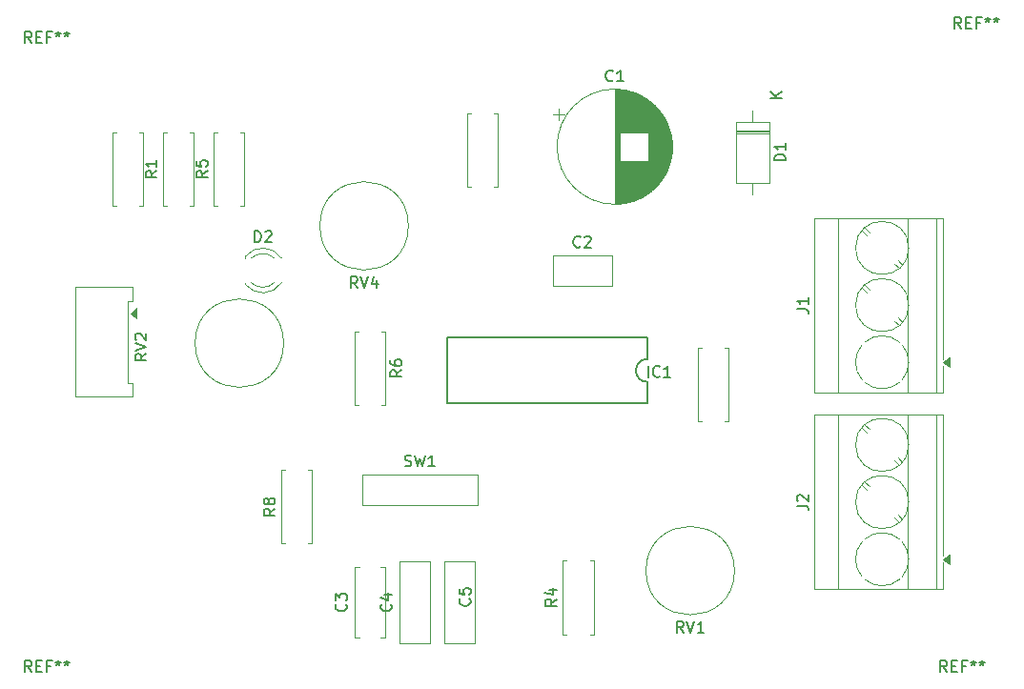
<source format=gbr>
%TF.GenerationSoftware,KiCad,Pcbnew,9.0.0*%
%TF.CreationDate,2025-04-29T18:27:41-04:00*%
%TF.ProjectId,Generador de funciones,47656e65-7261-4646-9f72-206465206675,rev?*%
%TF.SameCoordinates,Original*%
%TF.FileFunction,Legend,Top*%
%TF.FilePolarity,Positive*%
%FSLAX46Y46*%
G04 Gerber Fmt 4.6, Leading zero omitted, Abs format (unit mm)*
G04 Created by KiCad (PCBNEW 9.0.0) date 2025-04-29 18:27:41*
%MOMM*%
%LPD*%
G01*
G04 APERTURE LIST*
%ADD10C,0.150000*%
%ADD11C,0.120000*%
%ADD12C,0.152400*%
G04 APERTURE END LIST*
D10*
X181083333Y-46609580D02*
X181035714Y-46657200D01*
X181035714Y-46657200D02*
X180892857Y-46704819D01*
X180892857Y-46704819D02*
X180797619Y-46704819D01*
X180797619Y-46704819D02*
X180654762Y-46657200D01*
X180654762Y-46657200D02*
X180559524Y-46561961D01*
X180559524Y-46561961D02*
X180511905Y-46466723D01*
X180511905Y-46466723D02*
X180464286Y-46276247D01*
X180464286Y-46276247D02*
X180464286Y-46133390D01*
X180464286Y-46133390D02*
X180511905Y-45942914D01*
X180511905Y-45942914D02*
X180559524Y-45847676D01*
X180559524Y-45847676D02*
X180654762Y-45752438D01*
X180654762Y-45752438D02*
X180797619Y-45704819D01*
X180797619Y-45704819D02*
X180892857Y-45704819D01*
X180892857Y-45704819D02*
X181035714Y-45752438D01*
X181035714Y-45752438D02*
X181083333Y-45800057D01*
X182035714Y-46704819D02*
X181464286Y-46704819D01*
X181750000Y-46704819D02*
X181750000Y-45704819D01*
X181750000Y-45704819D02*
X181654762Y-45847676D01*
X181654762Y-45847676D02*
X181559524Y-45942914D01*
X181559524Y-45942914D02*
X181464286Y-45990533D01*
X139644819Y-70905238D02*
X139168628Y-71238571D01*
X139644819Y-71476666D02*
X138644819Y-71476666D01*
X138644819Y-71476666D02*
X138644819Y-71095714D01*
X138644819Y-71095714D02*
X138692438Y-71000476D01*
X138692438Y-71000476D02*
X138740057Y-70952857D01*
X138740057Y-70952857D02*
X138835295Y-70905238D01*
X138835295Y-70905238D02*
X138978152Y-70905238D01*
X138978152Y-70905238D02*
X139073390Y-70952857D01*
X139073390Y-70952857D02*
X139121009Y-71000476D01*
X139121009Y-71000476D02*
X139168628Y-71095714D01*
X139168628Y-71095714D02*
X139168628Y-71476666D01*
X138644819Y-70619523D02*
X139644819Y-70286190D01*
X139644819Y-70286190D02*
X138644819Y-69952857D01*
X138740057Y-69667142D02*
X138692438Y-69619523D01*
X138692438Y-69619523D02*
X138644819Y-69524285D01*
X138644819Y-69524285D02*
X138644819Y-69286190D01*
X138644819Y-69286190D02*
X138692438Y-69190952D01*
X138692438Y-69190952D02*
X138740057Y-69143333D01*
X138740057Y-69143333D02*
X138835295Y-69095714D01*
X138835295Y-69095714D02*
X138930533Y-69095714D01*
X138930533Y-69095714D02*
X139073390Y-69143333D01*
X139073390Y-69143333D02*
X139644819Y-69714761D01*
X139644819Y-69714761D02*
X139644819Y-69095714D01*
X187364761Y-95684819D02*
X187031428Y-95208628D01*
X186793333Y-95684819D02*
X186793333Y-94684819D01*
X186793333Y-94684819D02*
X187174285Y-94684819D01*
X187174285Y-94684819D02*
X187269523Y-94732438D01*
X187269523Y-94732438D02*
X187317142Y-94780057D01*
X187317142Y-94780057D02*
X187364761Y-94875295D01*
X187364761Y-94875295D02*
X187364761Y-95018152D01*
X187364761Y-95018152D02*
X187317142Y-95113390D01*
X187317142Y-95113390D02*
X187269523Y-95161009D01*
X187269523Y-95161009D02*
X187174285Y-95208628D01*
X187174285Y-95208628D02*
X186793333Y-95208628D01*
X187650476Y-94684819D02*
X187983809Y-95684819D01*
X187983809Y-95684819D02*
X188317142Y-94684819D01*
X189174285Y-95684819D02*
X188602857Y-95684819D01*
X188888571Y-95684819D02*
X188888571Y-94684819D01*
X188888571Y-94684819D02*
X188793333Y-94827676D01*
X188793333Y-94827676D02*
X188698095Y-94922914D01*
X188698095Y-94922914D02*
X188602857Y-94970533D01*
X140584819Y-54666666D02*
X140108628Y-54999999D01*
X140584819Y-55238094D02*
X139584819Y-55238094D01*
X139584819Y-55238094D02*
X139584819Y-54857142D01*
X139584819Y-54857142D02*
X139632438Y-54761904D01*
X139632438Y-54761904D02*
X139680057Y-54714285D01*
X139680057Y-54714285D02*
X139775295Y-54666666D01*
X139775295Y-54666666D02*
X139918152Y-54666666D01*
X139918152Y-54666666D02*
X140013390Y-54714285D01*
X140013390Y-54714285D02*
X140061009Y-54761904D01*
X140061009Y-54761904D02*
X140108628Y-54857142D01*
X140108628Y-54857142D02*
X140108628Y-55238094D01*
X140584819Y-53714285D02*
X140584819Y-54285713D01*
X140584819Y-53999999D02*
X139584819Y-53999999D01*
X139584819Y-53999999D02*
X139727676Y-54095237D01*
X139727676Y-54095237D02*
X139822914Y-54190475D01*
X139822914Y-54190475D02*
X139870533Y-54285713D01*
X149261905Y-60994819D02*
X149261905Y-59994819D01*
X149261905Y-59994819D02*
X149500000Y-59994819D01*
X149500000Y-59994819D02*
X149642857Y-60042438D01*
X149642857Y-60042438D02*
X149738095Y-60137676D01*
X149738095Y-60137676D02*
X149785714Y-60232914D01*
X149785714Y-60232914D02*
X149833333Y-60423390D01*
X149833333Y-60423390D02*
X149833333Y-60566247D01*
X149833333Y-60566247D02*
X149785714Y-60756723D01*
X149785714Y-60756723D02*
X149738095Y-60851961D01*
X149738095Y-60851961D02*
X149642857Y-60947200D01*
X149642857Y-60947200D02*
X149500000Y-60994819D01*
X149500000Y-60994819D02*
X149261905Y-60994819D01*
X150214286Y-60090057D02*
X150261905Y-60042438D01*
X150261905Y-60042438D02*
X150357143Y-59994819D01*
X150357143Y-59994819D02*
X150595238Y-59994819D01*
X150595238Y-59994819D02*
X150690476Y-60042438D01*
X150690476Y-60042438D02*
X150738095Y-60090057D01*
X150738095Y-60090057D02*
X150785714Y-60185295D01*
X150785714Y-60185295D02*
X150785714Y-60280533D01*
X150785714Y-60280533D02*
X150738095Y-60423390D01*
X150738095Y-60423390D02*
X150166667Y-60994819D01*
X150166667Y-60994819D02*
X150785714Y-60994819D01*
X145084819Y-54666666D02*
X144608628Y-54999999D01*
X145084819Y-55238094D02*
X144084819Y-55238094D01*
X144084819Y-55238094D02*
X144084819Y-54857142D01*
X144084819Y-54857142D02*
X144132438Y-54761904D01*
X144132438Y-54761904D02*
X144180057Y-54714285D01*
X144180057Y-54714285D02*
X144275295Y-54666666D01*
X144275295Y-54666666D02*
X144418152Y-54666666D01*
X144418152Y-54666666D02*
X144513390Y-54714285D01*
X144513390Y-54714285D02*
X144561009Y-54761904D01*
X144561009Y-54761904D02*
X144608628Y-54857142D01*
X144608628Y-54857142D02*
X144608628Y-55238094D01*
X144084819Y-53761904D02*
X144084819Y-54238094D01*
X144084819Y-54238094D02*
X144561009Y-54285713D01*
X144561009Y-54285713D02*
X144513390Y-54238094D01*
X144513390Y-54238094D02*
X144465771Y-54142856D01*
X144465771Y-54142856D02*
X144465771Y-53904761D01*
X144465771Y-53904761D02*
X144513390Y-53809523D01*
X144513390Y-53809523D02*
X144561009Y-53761904D01*
X144561009Y-53761904D02*
X144656247Y-53714285D01*
X144656247Y-53714285D02*
X144894342Y-53714285D01*
X144894342Y-53714285D02*
X144989580Y-53761904D01*
X144989580Y-53761904D02*
X145037200Y-53809523D01*
X145037200Y-53809523D02*
X145084819Y-53904761D01*
X145084819Y-53904761D02*
X145084819Y-54142856D01*
X145084819Y-54142856D02*
X145037200Y-54238094D01*
X145037200Y-54238094D02*
X144989580Y-54285713D01*
X176084819Y-92716666D02*
X175608628Y-93049999D01*
X176084819Y-93288094D02*
X175084819Y-93288094D01*
X175084819Y-93288094D02*
X175084819Y-92907142D01*
X175084819Y-92907142D02*
X175132438Y-92811904D01*
X175132438Y-92811904D02*
X175180057Y-92764285D01*
X175180057Y-92764285D02*
X175275295Y-92716666D01*
X175275295Y-92716666D02*
X175418152Y-92716666D01*
X175418152Y-92716666D02*
X175513390Y-92764285D01*
X175513390Y-92764285D02*
X175561009Y-92811904D01*
X175561009Y-92811904D02*
X175608628Y-92907142D01*
X175608628Y-92907142D02*
X175608628Y-93288094D01*
X175418152Y-91859523D02*
X176084819Y-91859523D01*
X175037200Y-92097618D02*
X175751485Y-92335713D01*
X175751485Y-92335713D02*
X175751485Y-91716666D01*
X196424819Y-53738094D02*
X195424819Y-53738094D01*
X195424819Y-53738094D02*
X195424819Y-53499999D01*
X195424819Y-53499999D02*
X195472438Y-53357142D01*
X195472438Y-53357142D02*
X195567676Y-53261904D01*
X195567676Y-53261904D02*
X195662914Y-53214285D01*
X195662914Y-53214285D02*
X195853390Y-53166666D01*
X195853390Y-53166666D02*
X195996247Y-53166666D01*
X195996247Y-53166666D02*
X196186723Y-53214285D01*
X196186723Y-53214285D02*
X196281961Y-53261904D01*
X196281961Y-53261904D02*
X196377200Y-53357142D01*
X196377200Y-53357142D02*
X196424819Y-53499999D01*
X196424819Y-53499999D02*
X196424819Y-53738094D01*
X196424819Y-52214285D02*
X196424819Y-52785713D01*
X196424819Y-52499999D02*
X195424819Y-52499999D01*
X195424819Y-52499999D02*
X195567676Y-52595237D01*
X195567676Y-52595237D02*
X195662914Y-52690475D01*
X195662914Y-52690475D02*
X195710533Y-52785713D01*
X196054819Y-48181904D02*
X195054819Y-48181904D01*
X196054819Y-47610476D02*
X195483390Y-48039047D01*
X195054819Y-47610476D02*
X195626247Y-48181904D01*
X129476666Y-43274819D02*
X129143333Y-42798628D01*
X128905238Y-43274819D02*
X128905238Y-42274819D01*
X128905238Y-42274819D02*
X129286190Y-42274819D01*
X129286190Y-42274819D02*
X129381428Y-42322438D01*
X129381428Y-42322438D02*
X129429047Y-42370057D01*
X129429047Y-42370057D02*
X129476666Y-42465295D01*
X129476666Y-42465295D02*
X129476666Y-42608152D01*
X129476666Y-42608152D02*
X129429047Y-42703390D01*
X129429047Y-42703390D02*
X129381428Y-42751009D01*
X129381428Y-42751009D02*
X129286190Y-42798628D01*
X129286190Y-42798628D02*
X128905238Y-42798628D01*
X129905238Y-42751009D02*
X130238571Y-42751009D01*
X130381428Y-43274819D02*
X129905238Y-43274819D01*
X129905238Y-43274819D02*
X129905238Y-42274819D01*
X129905238Y-42274819D02*
X130381428Y-42274819D01*
X131143333Y-42751009D02*
X130810000Y-42751009D01*
X130810000Y-43274819D02*
X130810000Y-42274819D01*
X130810000Y-42274819D02*
X131286190Y-42274819D01*
X131810000Y-42274819D02*
X131810000Y-42512914D01*
X131571905Y-42417676D02*
X131810000Y-42512914D01*
X131810000Y-42512914D02*
X132048095Y-42417676D01*
X131667143Y-42703390D02*
X131810000Y-42512914D01*
X131810000Y-42512914D02*
X131952857Y-42703390D01*
X132571905Y-42274819D02*
X132571905Y-42512914D01*
X132333810Y-42417676D02*
X132571905Y-42512914D01*
X132571905Y-42512914D02*
X132810000Y-42417676D01*
X132429048Y-42703390D02*
X132571905Y-42512914D01*
X132571905Y-42512914D02*
X132714762Y-42703390D01*
X197434819Y-66913333D02*
X198149104Y-66913333D01*
X198149104Y-66913333D02*
X198291961Y-66960952D01*
X198291961Y-66960952D02*
X198387200Y-67056190D01*
X198387200Y-67056190D02*
X198434819Y-67199047D01*
X198434819Y-67199047D02*
X198434819Y-67294285D01*
X198434819Y-65913333D02*
X198434819Y-66484761D01*
X198434819Y-66199047D02*
X197434819Y-66199047D01*
X197434819Y-66199047D02*
X197577676Y-66294285D01*
X197577676Y-66294285D02*
X197672914Y-66389523D01*
X197672914Y-66389523D02*
X197720533Y-66484761D01*
X162626667Y-80867200D02*
X162769524Y-80914819D01*
X162769524Y-80914819D02*
X163007619Y-80914819D01*
X163007619Y-80914819D02*
X163102857Y-80867200D01*
X163102857Y-80867200D02*
X163150476Y-80819580D01*
X163150476Y-80819580D02*
X163198095Y-80724342D01*
X163198095Y-80724342D02*
X163198095Y-80629104D01*
X163198095Y-80629104D02*
X163150476Y-80533866D01*
X163150476Y-80533866D02*
X163102857Y-80486247D01*
X163102857Y-80486247D02*
X163007619Y-80438628D01*
X163007619Y-80438628D02*
X162817143Y-80391009D01*
X162817143Y-80391009D02*
X162721905Y-80343390D01*
X162721905Y-80343390D02*
X162674286Y-80295771D01*
X162674286Y-80295771D02*
X162626667Y-80200533D01*
X162626667Y-80200533D02*
X162626667Y-80105295D01*
X162626667Y-80105295D02*
X162674286Y-80010057D01*
X162674286Y-80010057D02*
X162721905Y-79962438D01*
X162721905Y-79962438D02*
X162817143Y-79914819D01*
X162817143Y-79914819D02*
X163055238Y-79914819D01*
X163055238Y-79914819D02*
X163198095Y-79962438D01*
X163531429Y-79914819D02*
X163769524Y-80914819D01*
X163769524Y-80914819D02*
X163960000Y-80200533D01*
X163960000Y-80200533D02*
X164150476Y-80914819D01*
X164150476Y-80914819D02*
X164388572Y-79914819D01*
X165293333Y-80914819D02*
X164721905Y-80914819D01*
X165007619Y-80914819D02*
X165007619Y-79914819D01*
X165007619Y-79914819D02*
X164912381Y-80057676D01*
X164912381Y-80057676D02*
X164817143Y-80152914D01*
X164817143Y-80152914D02*
X164721905Y-80200533D01*
X129476666Y-99154819D02*
X129143333Y-98678628D01*
X128905238Y-99154819D02*
X128905238Y-98154819D01*
X128905238Y-98154819D02*
X129286190Y-98154819D01*
X129286190Y-98154819D02*
X129381428Y-98202438D01*
X129381428Y-98202438D02*
X129429047Y-98250057D01*
X129429047Y-98250057D02*
X129476666Y-98345295D01*
X129476666Y-98345295D02*
X129476666Y-98488152D01*
X129476666Y-98488152D02*
X129429047Y-98583390D01*
X129429047Y-98583390D02*
X129381428Y-98631009D01*
X129381428Y-98631009D02*
X129286190Y-98678628D01*
X129286190Y-98678628D02*
X128905238Y-98678628D01*
X129905238Y-98631009D02*
X130238571Y-98631009D01*
X130381428Y-99154819D02*
X129905238Y-99154819D01*
X129905238Y-99154819D02*
X129905238Y-98154819D01*
X129905238Y-98154819D02*
X130381428Y-98154819D01*
X131143333Y-98631009D02*
X130810000Y-98631009D01*
X130810000Y-99154819D02*
X130810000Y-98154819D01*
X130810000Y-98154819D02*
X131286190Y-98154819D01*
X131810000Y-98154819D02*
X131810000Y-98392914D01*
X131571905Y-98297676D02*
X131810000Y-98392914D01*
X131810000Y-98392914D02*
X132048095Y-98297676D01*
X131667143Y-98583390D02*
X131810000Y-98392914D01*
X131810000Y-98392914D02*
X131952857Y-98583390D01*
X132571905Y-98154819D02*
X132571905Y-98392914D01*
X132333810Y-98297676D02*
X132571905Y-98392914D01*
X132571905Y-98392914D02*
X132810000Y-98297676D01*
X132429048Y-98583390D02*
X132571905Y-98392914D01*
X132571905Y-98392914D02*
X132714762Y-98583390D01*
X151084819Y-84666666D02*
X150608628Y-84999999D01*
X151084819Y-85238094D02*
X150084819Y-85238094D01*
X150084819Y-85238094D02*
X150084819Y-84857142D01*
X150084819Y-84857142D02*
X150132438Y-84761904D01*
X150132438Y-84761904D02*
X150180057Y-84714285D01*
X150180057Y-84714285D02*
X150275295Y-84666666D01*
X150275295Y-84666666D02*
X150418152Y-84666666D01*
X150418152Y-84666666D02*
X150513390Y-84714285D01*
X150513390Y-84714285D02*
X150561009Y-84761904D01*
X150561009Y-84761904D02*
X150608628Y-84857142D01*
X150608628Y-84857142D02*
X150608628Y-85238094D01*
X150513390Y-84095237D02*
X150465771Y-84190475D01*
X150465771Y-84190475D02*
X150418152Y-84238094D01*
X150418152Y-84238094D02*
X150322914Y-84285713D01*
X150322914Y-84285713D02*
X150275295Y-84285713D01*
X150275295Y-84285713D02*
X150180057Y-84238094D01*
X150180057Y-84238094D02*
X150132438Y-84190475D01*
X150132438Y-84190475D02*
X150084819Y-84095237D01*
X150084819Y-84095237D02*
X150084819Y-83904761D01*
X150084819Y-83904761D02*
X150132438Y-83809523D01*
X150132438Y-83809523D02*
X150180057Y-83761904D01*
X150180057Y-83761904D02*
X150275295Y-83714285D01*
X150275295Y-83714285D02*
X150322914Y-83714285D01*
X150322914Y-83714285D02*
X150418152Y-83761904D01*
X150418152Y-83761904D02*
X150465771Y-83809523D01*
X150465771Y-83809523D02*
X150513390Y-83904761D01*
X150513390Y-83904761D02*
X150513390Y-84095237D01*
X150513390Y-84095237D02*
X150561009Y-84190475D01*
X150561009Y-84190475D02*
X150608628Y-84238094D01*
X150608628Y-84238094D02*
X150703866Y-84285713D01*
X150703866Y-84285713D02*
X150894342Y-84285713D01*
X150894342Y-84285713D02*
X150989580Y-84238094D01*
X150989580Y-84238094D02*
X151037200Y-84190475D01*
X151037200Y-84190475D02*
X151084819Y-84095237D01*
X151084819Y-84095237D02*
X151084819Y-83904761D01*
X151084819Y-83904761D02*
X151037200Y-83809523D01*
X151037200Y-83809523D02*
X150989580Y-83761904D01*
X150989580Y-83761904D02*
X150894342Y-83714285D01*
X150894342Y-83714285D02*
X150703866Y-83714285D01*
X150703866Y-83714285D02*
X150608628Y-83761904D01*
X150608628Y-83761904D02*
X150561009Y-83809523D01*
X150561009Y-83809523D02*
X150513390Y-83904761D01*
X158404761Y-65054819D02*
X158071428Y-64578628D01*
X157833333Y-65054819D02*
X157833333Y-64054819D01*
X157833333Y-64054819D02*
X158214285Y-64054819D01*
X158214285Y-64054819D02*
X158309523Y-64102438D01*
X158309523Y-64102438D02*
X158357142Y-64150057D01*
X158357142Y-64150057D02*
X158404761Y-64245295D01*
X158404761Y-64245295D02*
X158404761Y-64388152D01*
X158404761Y-64388152D02*
X158357142Y-64483390D01*
X158357142Y-64483390D02*
X158309523Y-64531009D01*
X158309523Y-64531009D02*
X158214285Y-64578628D01*
X158214285Y-64578628D02*
X157833333Y-64578628D01*
X158690476Y-64054819D02*
X159023809Y-65054819D01*
X159023809Y-65054819D02*
X159357142Y-64054819D01*
X160119047Y-64388152D02*
X160119047Y-65054819D01*
X159880952Y-64007200D02*
X159642857Y-64721485D01*
X159642857Y-64721485D02*
X160261904Y-64721485D01*
X210756666Y-99154819D02*
X210423333Y-98678628D01*
X210185238Y-99154819D02*
X210185238Y-98154819D01*
X210185238Y-98154819D02*
X210566190Y-98154819D01*
X210566190Y-98154819D02*
X210661428Y-98202438D01*
X210661428Y-98202438D02*
X210709047Y-98250057D01*
X210709047Y-98250057D02*
X210756666Y-98345295D01*
X210756666Y-98345295D02*
X210756666Y-98488152D01*
X210756666Y-98488152D02*
X210709047Y-98583390D01*
X210709047Y-98583390D02*
X210661428Y-98631009D01*
X210661428Y-98631009D02*
X210566190Y-98678628D01*
X210566190Y-98678628D02*
X210185238Y-98678628D01*
X211185238Y-98631009D02*
X211518571Y-98631009D01*
X211661428Y-99154819D02*
X211185238Y-99154819D01*
X211185238Y-99154819D02*
X211185238Y-98154819D01*
X211185238Y-98154819D02*
X211661428Y-98154819D01*
X212423333Y-98631009D02*
X212090000Y-98631009D01*
X212090000Y-99154819D02*
X212090000Y-98154819D01*
X212090000Y-98154819D02*
X212566190Y-98154819D01*
X213090000Y-98154819D02*
X213090000Y-98392914D01*
X212851905Y-98297676D02*
X213090000Y-98392914D01*
X213090000Y-98392914D02*
X213328095Y-98297676D01*
X212947143Y-98583390D02*
X213090000Y-98392914D01*
X213090000Y-98392914D02*
X213232857Y-98583390D01*
X213851905Y-98154819D02*
X213851905Y-98392914D01*
X213613810Y-98297676D02*
X213851905Y-98392914D01*
X213851905Y-98392914D02*
X214090000Y-98297676D01*
X213709048Y-98583390D02*
X213851905Y-98392914D01*
X213851905Y-98392914D02*
X213994762Y-98583390D01*
X184197843Y-72972344D02*
X184197843Y-71971446D01*
X185246402Y-72877021D02*
X185198740Y-72924683D01*
X185198740Y-72924683D02*
X185055755Y-72972344D01*
X185055755Y-72972344D02*
X184960431Y-72972344D01*
X184960431Y-72972344D02*
X184817446Y-72924683D01*
X184817446Y-72924683D02*
X184722122Y-72829359D01*
X184722122Y-72829359D02*
X184674461Y-72734035D01*
X184674461Y-72734035D02*
X184626799Y-72543388D01*
X184626799Y-72543388D02*
X184626799Y-72400403D01*
X184626799Y-72400403D02*
X184674461Y-72209755D01*
X184674461Y-72209755D02*
X184722122Y-72114432D01*
X184722122Y-72114432D02*
X184817446Y-72019108D01*
X184817446Y-72019108D02*
X184960431Y-71971446D01*
X184960431Y-71971446D02*
X185055755Y-71971446D01*
X185055755Y-71971446D02*
X185198740Y-72019108D01*
X185198740Y-72019108D02*
X185246402Y-72066770D01*
X186199638Y-72972344D02*
X185627697Y-72972344D01*
X185913668Y-72972344D02*
X185913668Y-71971446D01*
X185913668Y-71971446D02*
X185818344Y-72114432D01*
X185818344Y-72114432D02*
X185723020Y-72209755D01*
X185723020Y-72209755D02*
X185627697Y-72257417D01*
X157359580Y-93166666D02*
X157407200Y-93214285D01*
X157407200Y-93214285D02*
X157454819Y-93357142D01*
X157454819Y-93357142D02*
X157454819Y-93452380D01*
X157454819Y-93452380D02*
X157407200Y-93595237D01*
X157407200Y-93595237D02*
X157311961Y-93690475D01*
X157311961Y-93690475D02*
X157216723Y-93738094D01*
X157216723Y-93738094D02*
X157026247Y-93785713D01*
X157026247Y-93785713D02*
X156883390Y-93785713D01*
X156883390Y-93785713D02*
X156692914Y-93738094D01*
X156692914Y-93738094D02*
X156597676Y-93690475D01*
X156597676Y-93690475D02*
X156502438Y-93595237D01*
X156502438Y-93595237D02*
X156454819Y-93452380D01*
X156454819Y-93452380D02*
X156454819Y-93357142D01*
X156454819Y-93357142D02*
X156502438Y-93214285D01*
X156502438Y-93214285D02*
X156550057Y-93166666D01*
X156454819Y-92833332D02*
X156454819Y-92214285D01*
X156454819Y-92214285D02*
X156835771Y-92547618D01*
X156835771Y-92547618D02*
X156835771Y-92404761D01*
X156835771Y-92404761D02*
X156883390Y-92309523D01*
X156883390Y-92309523D02*
X156931009Y-92261904D01*
X156931009Y-92261904D02*
X157026247Y-92214285D01*
X157026247Y-92214285D02*
X157264342Y-92214285D01*
X157264342Y-92214285D02*
X157359580Y-92261904D01*
X157359580Y-92261904D02*
X157407200Y-92309523D01*
X157407200Y-92309523D02*
X157454819Y-92404761D01*
X157454819Y-92404761D02*
X157454819Y-92690475D01*
X157454819Y-92690475D02*
X157407200Y-92785713D01*
X157407200Y-92785713D02*
X157359580Y-92833332D01*
X161359580Y-93166666D02*
X161407200Y-93214285D01*
X161407200Y-93214285D02*
X161454819Y-93357142D01*
X161454819Y-93357142D02*
X161454819Y-93452380D01*
X161454819Y-93452380D02*
X161407200Y-93595237D01*
X161407200Y-93595237D02*
X161311961Y-93690475D01*
X161311961Y-93690475D02*
X161216723Y-93738094D01*
X161216723Y-93738094D02*
X161026247Y-93785713D01*
X161026247Y-93785713D02*
X160883390Y-93785713D01*
X160883390Y-93785713D02*
X160692914Y-93738094D01*
X160692914Y-93738094D02*
X160597676Y-93690475D01*
X160597676Y-93690475D02*
X160502438Y-93595237D01*
X160502438Y-93595237D02*
X160454819Y-93452380D01*
X160454819Y-93452380D02*
X160454819Y-93357142D01*
X160454819Y-93357142D02*
X160502438Y-93214285D01*
X160502438Y-93214285D02*
X160550057Y-93166666D01*
X160788152Y-92309523D02*
X161454819Y-92309523D01*
X160407200Y-92547618D02*
X161121485Y-92785713D01*
X161121485Y-92785713D02*
X161121485Y-92166666D01*
X212026666Y-42004819D02*
X211693333Y-41528628D01*
X211455238Y-42004819D02*
X211455238Y-41004819D01*
X211455238Y-41004819D02*
X211836190Y-41004819D01*
X211836190Y-41004819D02*
X211931428Y-41052438D01*
X211931428Y-41052438D02*
X211979047Y-41100057D01*
X211979047Y-41100057D02*
X212026666Y-41195295D01*
X212026666Y-41195295D02*
X212026666Y-41338152D01*
X212026666Y-41338152D02*
X211979047Y-41433390D01*
X211979047Y-41433390D02*
X211931428Y-41481009D01*
X211931428Y-41481009D02*
X211836190Y-41528628D01*
X211836190Y-41528628D02*
X211455238Y-41528628D01*
X212455238Y-41481009D02*
X212788571Y-41481009D01*
X212931428Y-42004819D02*
X212455238Y-42004819D01*
X212455238Y-42004819D02*
X212455238Y-41004819D01*
X212455238Y-41004819D02*
X212931428Y-41004819D01*
X213693333Y-41481009D02*
X213360000Y-41481009D01*
X213360000Y-42004819D02*
X213360000Y-41004819D01*
X213360000Y-41004819D02*
X213836190Y-41004819D01*
X214360000Y-41004819D02*
X214360000Y-41242914D01*
X214121905Y-41147676D02*
X214360000Y-41242914D01*
X214360000Y-41242914D02*
X214598095Y-41147676D01*
X214217143Y-41433390D02*
X214360000Y-41242914D01*
X214360000Y-41242914D02*
X214502857Y-41433390D01*
X215121905Y-41004819D02*
X215121905Y-41242914D01*
X214883810Y-41147676D02*
X215121905Y-41242914D01*
X215121905Y-41242914D02*
X215360000Y-41147676D01*
X214979048Y-41433390D02*
X215121905Y-41242914D01*
X215121905Y-41242914D02*
X215264762Y-41433390D01*
X197434819Y-84413333D02*
X198149104Y-84413333D01*
X198149104Y-84413333D02*
X198291961Y-84460952D01*
X198291961Y-84460952D02*
X198387200Y-84556190D01*
X198387200Y-84556190D02*
X198434819Y-84699047D01*
X198434819Y-84699047D02*
X198434819Y-84794285D01*
X197530057Y-83984761D02*
X197482438Y-83937142D01*
X197482438Y-83937142D02*
X197434819Y-83841904D01*
X197434819Y-83841904D02*
X197434819Y-83603809D01*
X197434819Y-83603809D02*
X197482438Y-83508571D01*
X197482438Y-83508571D02*
X197530057Y-83460952D01*
X197530057Y-83460952D02*
X197625295Y-83413333D01*
X197625295Y-83413333D02*
X197720533Y-83413333D01*
X197720533Y-83413333D02*
X197863390Y-83460952D01*
X197863390Y-83460952D02*
X198434819Y-84032380D01*
X198434819Y-84032380D02*
X198434819Y-83413333D01*
X168359580Y-92666666D02*
X168407200Y-92714285D01*
X168407200Y-92714285D02*
X168454819Y-92857142D01*
X168454819Y-92857142D02*
X168454819Y-92952380D01*
X168454819Y-92952380D02*
X168407200Y-93095237D01*
X168407200Y-93095237D02*
X168311961Y-93190475D01*
X168311961Y-93190475D02*
X168216723Y-93238094D01*
X168216723Y-93238094D02*
X168026247Y-93285713D01*
X168026247Y-93285713D02*
X167883390Y-93285713D01*
X167883390Y-93285713D02*
X167692914Y-93238094D01*
X167692914Y-93238094D02*
X167597676Y-93190475D01*
X167597676Y-93190475D02*
X167502438Y-93095237D01*
X167502438Y-93095237D02*
X167454819Y-92952380D01*
X167454819Y-92952380D02*
X167454819Y-92857142D01*
X167454819Y-92857142D02*
X167502438Y-92714285D01*
X167502438Y-92714285D02*
X167550057Y-92666666D01*
X167454819Y-91761904D02*
X167454819Y-92238094D01*
X167454819Y-92238094D02*
X167931009Y-92285713D01*
X167931009Y-92285713D02*
X167883390Y-92238094D01*
X167883390Y-92238094D02*
X167835771Y-92142856D01*
X167835771Y-92142856D02*
X167835771Y-91904761D01*
X167835771Y-91904761D02*
X167883390Y-91809523D01*
X167883390Y-91809523D02*
X167931009Y-91761904D01*
X167931009Y-91761904D02*
X168026247Y-91714285D01*
X168026247Y-91714285D02*
X168264342Y-91714285D01*
X168264342Y-91714285D02*
X168359580Y-91761904D01*
X168359580Y-91761904D02*
X168407200Y-91809523D01*
X168407200Y-91809523D02*
X168454819Y-91904761D01*
X168454819Y-91904761D02*
X168454819Y-92142856D01*
X168454819Y-92142856D02*
X168407200Y-92238094D01*
X168407200Y-92238094D02*
X168359580Y-92285713D01*
X162324819Y-72356666D02*
X161848628Y-72689999D01*
X162324819Y-72928094D02*
X161324819Y-72928094D01*
X161324819Y-72928094D02*
X161324819Y-72547142D01*
X161324819Y-72547142D02*
X161372438Y-72451904D01*
X161372438Y-72451904D02*
X161420057Y-72404285D01*
X161420057Y-72404285D02*
X161515295Y-72356666D01*
X161515295Y-72356666D02*
X161658152Y-72356666D01*
X161658152Y-72356666D02*
X161753390Y-72404285D01*
X161753390Y-72404285D02*
X161801009Y-72451904D01*
X161801009Y-72451904D02*
X161848628Y-72547142D01*
X161848628Y-72547142D02*
X161848628Y-72928094D01*
X161324819Y-71499523D02*
X161324819Y-71689999D01*
X161324819Y-71689999D02*
X161372438Y-71785237D01*
X161372438Y-71785237D02*
X161420057Y-71832856D01*
X161420057Y-71832856D02*
X161562914Y-71928094D01*
X161562914Y-71928094D02*
X161753390Y-71975713D01*
X161753390Y-71975713D02*
X162134342Y-71975713D01*
X162134342Y-71975713D02*
X162229580Y-71928094D01*
X162229580Y-71928094D02*
X162277200Y-71880475D01*
X162277200Y-71880475D02*
X162324819Y-71785237D01*
X162324819Y-71785237D02*
X162324819Y-71594761D01*
X162324819Y-71594761D02*
X162277200Y-71499523D01*
X162277200Y-71499523D02*
X162229580Y-71451904D01*
X162229580Y-71451904D02*
X162134342Y-71404285D01*
X162134342Y-71404285D02*
X161896247Y-71404285D01*
X161896247Y-71404285D02*
X161801009Y-71451904D01*
X161801009Y-71451904D02*
X161753390Y-71499523D01*
X161753390Y-71499523D02*
X161705771Y-71594761D01*
X161705771Y-71594761D02*
X161705771Y-71785237D01*
X161705771Y-71785237D02*
X161753390Y-71880475D01*
X161753390Y-71880475D02*
X161801009Y-71928094D01*
X161801009Y-71928094D02*
X161896247Y-71975713D01*
X178208333Y-61359580D02*
X178160714Y-61407200D01*
X178160714Y-61407200D02*
X178017857Y-61454819D01*
X178017857Y-61454819D02*
X177922619Y-61454819D01*
X177922619Y-61454819D02*
X177779762Y-61407200D01*
X177779762Y-61407200D02*
X177684524Y-61311961D01*
X177684524Y-61311961D02*
X177636905Y-61216723D01*
X177636905Y-61216723D02*
X177589286Y-61026247D01*
X177589286Y-61026247D02*
X177589286Y-60883390D01*
X177589286Y-60883390D02*
X177636905Y-60692914D01*
X177636905Y-60692914D02*
X177684524Y-60597676D01*
X177684524Y-60597676D02*
X177779762Y-60502438D01*
X177779762Y-60502438D02*
X177922619Y-60454819D01*
X177922619Y-60454819D02*
X178017857Y-60454819D01*
X178017857Y-60454819D02*
X178160714Y-60502438D01*
X178160714Y-60502438D02*
X178208333Y-60550057D01*
X178589286Y-60550057D02*
X178636905Y-60502438D01*
X178636905Y-60502438D02*
X178732143Y-60454819D01*
X178732143Y-60454819D02*
X178970238Y-60454819D01*
X178970238Y-60454819D02*
X179065476Y-60502438D01*
X179065476Y-60502438D02*
X179113095Y-60550057D01*
X179113095Y-60550057D02*
X179160714Y-60645295D01*
X179160714Y-60645295D02*
X179160714Y-60740533D01*
X179160714Y-60740533D02*
X179113095Y-60883390D01*
X179113095Y-60883390D02*
X178541667Y-61454819D01*
X178541667Y-61454819D02*
X179160714Y-61454819D01*
D11*
%TO.C,C1*%
X175770354Y-49625000D02*
X176770354Y-49625000D01*
X176270354Y-49125000D02*
X176270354Y-50125000D01*
X181250000Y-47420000D02*
X181250000Y-57580000D01*
X181290000Y-47420000D02*
X181290000Y-57580000D01*
X181330000Y-47420000D02*
X181330000Y-57580000D01*
X181370000Y-47421000D02*
X181370000Y-57579000D01*
X181410000Y-47422000D02*
X181410000Y-57578000D01*
X181450000Y-47423000D02*
X181450000Y-57577000D01*
X181490000Y-47425000D02*
X181490000Y-57575000D01*
X181530000Y-47427000D02*
X181530000Y-57573000D01*
X181570000Y-47430000D02*
X181570000Y-57570000D01*
X181610000Y-47432000D02*
X181610000Y-57568000D01*
X181650000Y-47435000D02*
X181650000Y-57565000D01*
X181690000Y-47438000D02*
X181690000Y-57562000D01*
X181730000Y-47442000D02*
X181730000Y-57558000D01*
X181770000Y-47446000D02*
X181770000Y-51259000D01*
X181770000Y-53741000D02*
X181770000Y-57554000D01*
X181810000Y-47450000D02*
X181810000Y-51259000D01*
X181810000Y-53741000D02*
X181810000Y-57550000D01*
X181850000Y-47455000D02*
X181850000Y-51259000D01*
X181850000Y-53741000D02*
X181850000Y-57545000D01*
X181890000Y-47460000D02*
X181890000Y-51259000D01*
X181890000Y-53741000D02*
X181890000Y-57540000D01*
X181930000Y-47465000D02*
X181930000Y-51259000D01*
X181930000Y-53741000D02*
X181930000Y-57535000D01*
X181971000Y-47470000D02*
X181971000Y-51259000D01*
X181971000Y-53741000D02*
X181971000Y-57530000D01*
X182011000Y-47476000D02*
X182011000Y-51259000D01*
X182011000Y-53741000D02*
X182011000Y-57524000D01*
X182051000Y-47482000D02*
X182051000Y-51259000D01*
X182051000Y-53741000D02*
X182051000Y-57518000D01*
X182091000Y-47489000D02*
X182091000Y-51259000D01*
X182091000Y-53741000D02*
X182091000Y-57511000D01*
X182131000Y-47496000D02*
X182131000Y-51259000D01*
X182131000Y-53741000D02*
X182131000Y-57504000D01*
X182171000Y-47503000D02*
X182171000Y-51259000D01*
X182171000Y-53741000D02*
X182171000Y-57497000D01*
X182211000Y-47510000D02*
X182211000Y-51259000D01*
X182211000Y-53741000D02*
X182211000Y-57490000D01*
X182251000Y-47518000D02*
X182251000Y-51259000D01*
X182251000Y-53741000D02*
X182251000Y-57482000D01*
X182291000Y-47526000D02*
X182291000Y-51259000D01*
X182291000Y-53741000D02*
X182291000Y-57474000D01*
X182331000Y-47535000D02*
X182331000Y-51259000D01*
X182331000Y-53741000D02*
X182331000Y-57465000D01*
X182371000Y-47544000D02*
X182371000Y-51259000D01*
X182371000Y-53741000D02*
X182371000Y-57456000D01*
X182411000Y-47553000D02*
X182411000Y-51259000D01*
X182411000Y-53741000D02*
X182411000Y-57447000D01*
X182451000Y-47562000D02*
X182451000Y-51259000D01*
X182451000Y-53741000D02*
X182451000Y-57438000D01*
X182491000Y-47572000D02*
X182491000Y-51259000D01*
X182491000Y-53741000D02*
X182491000Y-57428000D01*
X182531000Y-47582000D02*
X182531000Y-51259000D01*
X182531000Y-53741000D02*
X182531000Y-57418000D01*
X182571000Y-47593000D02*
X182571000Y-51259000D01*
X182571000Y-53741000D02*
X182571000Y-57407000D01*
X182611000Y-47603000D02*
X182611000Y-51259000D01*
X182611000Y-53741000D02*
X182611000Y-57397000D01*
X182651000Y-47615000D02*
X182651000Y-51259000D01*
X182651000Y-53741000D02*
X182651000Y-57385000D01*
X182691000Y-47626000D02*
X182691000Y-51259000D01*
X182691000Y-53741000D02*
X182691000Y-57374000D01*
X182731000Y-47638000D02*
X182731000Y-51259000D01*
X182731000Y-53741000D02*
X182731000Y-57362000D01*
X182771000Y-47650000D02*
X182771000Y-51259000D01*
X182771000Y-53741000D02*
X182771000Y-57350000D01*
X182811000Y-47663000D02*
X182811000Y-51259000D01*
X182811000Y-53741000D02*
X182811000Y-57337000D01*
X182851000Y-47676000D02*
X182851000Y-51259000D01*
X182851000Y-53741000D02*
X182851000Y-57324000D01*
X182891000Y-47689000D02*
X182891000Y-51259000D01*
X182891000Y-53741000D02*
X182891000Y-57311000D01*
X182931000Y-47703000D02*
X182931000Y-51259000D01*
X182931000Y-53741000D02*
X182931000Y-57297000D01*
X182971000Y-47717000D02*
X182971000Y-51259000D01*
X182971000Y-53741000D02*
X182971000Y-57283000D01*
X183011000Y-47732000D02*
X183011000Y-51259000D01*
X183011000Y-53741000D02*
X183011000Y-57268000D01*
X183051000Y-47746000D02*
X183051000Y-51259000D01*
X183051000Y-53741000D02*
X183051000Y-57254000D01*
X183091000Y-47762000D02*
X183091000Y-51259000D01*
X183091000Y-53741000D02*
X183091000Y-57238000D01*
X183131000Y-47777000D02*
X183131000Y-51259000D01*
X183131000Y-53741000D02*
X183131000Y-57223000D01*
X183171000Y-47793000D02*
X183171000Y-51259000D01*
X183171000Y-53741000D02*
X183171000Y-57207000D01*
X183211000Y-47810000D02*
X183211000Y-51259000D01*
X183211000Y-53741000D02*
X183211000Y-57190000D01*
X183251000Y-47826000D02*
X183251000Y-51259000D01*
X183251000Y-53741000D02*
X183251000Y-57174000D01*
X183291000Y-47843000D02*
X183291000Y-51259000D01*
X183291000Y-53741000D02*
X183291000Y-57157000D01*
X183331000Y-47861000D02*
X183331000Y-51259000D01*
X183331000Y-53741000D02*
X183331000Y-57139000D01*
X183371000Y-47879000D02*
X183371000Y-51259000D01*
X183371000Y-53741000D02*
X183371000Y-57121000D01*
X183411000Y-47897000D02*
X183411000Y-51259000D01*
X183411000Y-53741000D02*
X183411000Y-57103000D01*
X183451000Y-47916000D02*
X183451000Y-51259000D01*
X183451000Y-53741000D02*
X183451000Y-57084000D01*
X183491000Y-47936000D02*
X183491000Y-51259000D01*
X183491000Y-53741000D02*
X183491000Y-57064000D01*
X183531000Y-47955000D02*
X183531000Y-51259000D01*
X183531000Y-53741000D02*
X183531000Y-57045000D01*
X183571000Y-47975000D02*
X183571000Y-51259000D01*
X183571000Y-53741000D02*
X183571000Y-57025000D01*
X183611000Y-47996000D02*
X183611000Y-51259000D01*
X183611000Y-53741000D02*
X183611000Y-57004000D01*
X183651000Y-48017000D02*
X183651000Y-51259000D01*
X183651000Y-53741000D02*
X183651000Y-56983000D01*
X183691000Y-48038000D02*
X183691000Y-51259000D01*
X183691000Y-53741000D02*
X183691000Y-56962000D01*
X183731000Y-48060000D02*
X183731000Y-51259000D01*
X183731000Y-53741000D02*
X183731000Y-56940000D01*
X183771000Y-48083000D02*
X183771000Y-51259000D01*
X183771000Y-53741000D02*
X183771000Y-56917000D01*
X183811000Y-48105000D02*
X183811000Y-51259000D01*
X183811000Y-53741000D02*
X183811000Y-56895000D01*
X183851000Y-48129000D02*
X183851000Y-51259000D01*
X183851000Y-53741000D02*
X183851000Y-56871000D01*
X183891000Y-48153000D02*
X183891000Y-51259000D01*
X183891000Y-53741000D02*
X183891000Y-56847000D01*
X183931000Y-48177000D02*
X183931000Y-51259000D01*
X183931000Y-53741000D02*
X183931000Y-56823000D01*
X183971000Y-48202000D02*
X183971000Y-51259000D01*
X183971000Y-53741000D02*
X183971000Y-56798000D01*
X184011000Y-48227000D02*
X184011000Y-51259000D01*
X184011000Y-53741000D02*
X184011000Y-56773000D01*
X184051000Y-48253000D02*
X184051000Y-51259000D01*
X184051000Y-53741000D02*
X184051000Y-56747000D01*
X184091000Y-48279000D02*
X184091000Y-51259000D01*
X184091000Y-53741000D02*
X184091000Y-56721000D01*
X184131000Y-48306000D02*
X184131000Y-51259000D01*
X184131000Y-53741000D02*
X184131000Y-56694000D01*
X184171000Y-48334000D02*
X184171000Y-51259000D01*
X184171000Y-53741000D02*
X184171000Y-56666000D01*
X184211000Y-48362000D02*
X184211000Y-51259000D01*
X184211000Y-53741000D02*
X184211000Y-56638000D01*
X184251000Y-48390000D02*
X184251000Y-56610000D01*
X184291000Y-48420000D02*
X184291000Y-56580000D01*
X184331000Y-48450000D02*
X184331000Y-56550000D01*
X184371000Y-48480000D02*
X184371000Y-56520000D01*
X184411000Y-48511000D02*
X184411000Y-56489000D01*
X184451000Y-48543000D02*
X184451000Y-56457000D01*
X184491000Y-48575000D02*
X184491000Y-56425000D01*
X184531000Y-48608000D02*
X184531000Y-56392000D01*
X184571000Y-48642000D02*
X184571000Y-56358000D01*
X184611000Y-48676000D02*
X184611000Y-56324000D01*
X184651000Y-48711000D02*
X184651000Y-56289000D01*
X184691000Y-48747000D02*
X184691000Y-56253000D01*
X184731000Y-48784000D02*
X184731000Y-56216000D01*
X184771000Y-48821000D02*
X184771000Y-56179000D01*
X184811000Y-48860000D02*
X184811000Y-56140000D01*
X184851000Y-48899000D02*
X184851000Y-56101000D01*
X184891000Y-48939000D02*
X184891000Y-56061000D01*
X184931000Y-48980000D02*
X184931000Y-56020000D01*
X184971000Y-49022000D02*
X184971000Y-55978000D01*
X185011000Y-49064000D02*
X185011000Y-55936000D01*
X185051000Y-49108000D02*
X185051000Y-55892000D01*
X185091000Y-49153000D02*
X185091000Y-55847000D01*
X185131000Y-49199000D02*
X185131000Y-55801000D01*
X185171000Y-49246000D02*
X185171000Y-55754000D01*
X185211000Y-49294000D02*
X185211000Y-55706000D01*
X185251000Y-49344000D02*
X185251000Y-55656000D01*
X185291000Y-49394000D02*
X185291000Y-55606000D01*
X185331000Y-49446000D02*
X185331000Y-55554000D01*
X185371000Y-49500000D02*
X185371000Y-55500000D01*
X185411000Y-49555000D02*
X185411000Y-55445000D01*
X185451000Y-49611000D02*
X185451000Y-55389000D01*
X185491000Y-49670000D02*
X185491000Y-55330000D01*
X185531000Y-49730000D02*
X185531000Y-55270000D01*
X185571000Y-49791000D02*
X185571000Y-55209000D01*
X185611000Y-49855000D02*
X185611000Y-55145000D01*
X185651000Y-49921000D02*
X185651000Y-55079000D01*
X185691000Y-49990000D02*
X185691000Y-55010000D01*
X185731000Y-50061000D02*
X185731000Y-54939000D01*
X185771000Y-50135000D02*
X185771000Y-54865000D01*
X185811000Y-50211000D02*
X185811000Y-54789000D01*
X185851000Y-50291000D02*
X185851000Y-54709000D01*
X185891000Y-50375000D02*
X185891000Y-54625000D01*
X185931000Y-50463000D02*
X185931000Y-54537000D01*
X185971000Y-50556000D02*
X185971000Y-54444000D01*
X186011000Y-50654000D02*
X186011000Y-54346000D01*
X186051000Y-50758000D02*
X186051000Y-54242000D01*
X186091000Y-50870000D02*
X186091000Y-54130000D01*
X186131000Y-50990000D02*
X186131000Y-54010000D01*
X186171000Y-51122000D02*
X186171000Y-53878000D01*
X186211000Y-51270000D02*
X186211000Y-53730000D01*
X186251000Y-51438000D02*
X186251000Y-53562000D01*
X186291000Y-51638000D02*
X186291000Y-53362000D01*
X186331000Y-51901000D02*
X186331000Y-53099000D01*
X186370000Y-52500000D02*
G75*
G02*
X176130000Y-52500000I-5120000J0D01*
G01*
X176130000Y-52500000D02*
G75*
G02*
X186370000Y-52500000I5120000J0D01*
G01*
%TO.C,RV2*%
X133390000Y-64975000D02*
X133390000Y-74725000D01*
X133390000Y-74725000D02*
X138440000Y-74725000D01*
X138000000Y-66195000D02*
X138000000Y-73505000D01*
X138440000Y-64975000D02*
X133390000Y-64975000D01*
X138440000Y-66195000D02*
X138000000Y-66195000D01*
X138440000Y-66195000D02*
X138440000Y-64975000D01*
X138440000Y-73505000D02*
X138000000Y-73505000D01*
X138440000Y-73505000D02*
X138440000Y-74725000D01*
X138790000Y-67760000D02*
X138290000Y-67310000D01*
X138790000Y-66860000D01*
X138790000Y-67760000D01*
G36*
X138790000Y-67760000D02*
G01*
X138290000Y-67310000D01*
X138790000Y-66860000D01*
X138790000Y-67760000D01*
G37*
%TO.C,RV1*%
X191890000Y-90170000D02*
G75*
G02*
X184030000Y-90170000I-3930000J0D01*
G01*
X184030000Y-90170000D02*
G75*
G02*
X191890000Y-90170000I3930000J0D01*
G01*
%TO.C,R1*%
X141130000Y-51230000D02*
X141460000Y-51230000D01*
X141130000Y-57770000D02*
X141130000Y-51230000D01*
X141460000Y-57770000D02*
X141130000Y-57770000D01*
X143540000Y-57770000D02*
X143870000Y-57770000D01*
X143870000Y-51230000D02*
X143540000Y-51230000D01*
X143870000Y-57770000D02*
X143870000Y-51230000D01*
%TO.C,D2*%
X148440000Y-62264000D02*
X148440000Y-62420000D01*
X148440000Y-64580000D02*
X148440000Y-64736000D01*
X148440000Y-62264484D02*
G75*
G02*
X151671397Y-62419939I1560000J-1235516D01*
G01*
X148959039Y-62420000D02*
G75*
G02*
X151040910Y-62419951I1040961J-1080000D01*
G01*
X151040910Y-64580049D02*
G75*
G02*
X148959039Y-64580000I-1040910J1080049D01*
G01*
X151671397Y-64580061D02*
G75*
G02*
X148440000Y-64735516I-1671397J1080061D01*
G01*
%TO.C,R5*%
X145630000Y-51230000D02*
X145960000Y-51230000D01*
X145630000Y-57770000D02*
X145630000Y-51230000D01*
X145960000Y-57770000D02*
X145630000Y-57770000D01*
X148040000Y-57770000D02*
X148370000Y-57770000D01*
X148370000Y-51230000D02*
X148040000Y-51230000D01*
X148370000Y-57770000D02*
X148370000Y-51230000D01*
%TO.C,R2*%
X136630000Y-51230000D02*
X136960000Y-51230000D01*
X136630000Y-57770000D02*
X136630000Y-51230000D01*
X136960000Y-57770000D02*
X136630000Y-57770000D01*
X139040000Y-57770000D02*
X139370000Y-57770000D01*
X139370000Y-51230000D02*
X139040000Y-51230000D01*
X139370000Y-57770000D02*
X139370000Y-51230000D01*
%TO.C,R4*%
X176630000Y-89280000D02*
X176960000Y-89280000D01*
X176630000Y-95820000D02*
X176630000Y-89280000D01*
X176960000Y-95820000D02*
X176630000Y-95820000D01*
X179040000Y-95820000D02*
X179370000Y-95820000D01*
X179370000Y-89280000D02*
X179040000Y-89280000D01*
X179370000Y-95820000D02*
X179370000Y-89280000D01*
%TO.C,D1*%
X192030000Y-50280000D02*
X192030000Y-55720000D01*
X192030000Y-55720000D02*
X194970000Y-55720000D01*
X193500000Y-49260000D02*
X193500000Y-50280000D01*
X193500000Y-56740000D02*
X193500000Y-55720000D01*
X194970000Y-50280000D02*
X192030000Y-50280000D01*
X194970000Y-51060000D02*
X192030000Y-51060000D01*
X194970000Y-51180000D02*
X192030000Y-51180000D01*
X194970000Y-51300000D02*
X192030000Y-51300000D01*
X194970000Y-55720000D02*
X194970000Y-50280000D01*
%TO.C,J1*%
X198980000Y-58840000D02*
X210420000Y-58840000D01*
X198980000Y-74320000D02*
X198980000Y-58840000D01*
X198980000Y-74320000D02*
X210420000Y-74320000D01*
X201100000Y-74320000D02*
X201100000Y-58840000D01*
X203210000Y-59998000D02*
X203606000Y-60394000D01*
X203210000Y-65078000D02*
X203606000Y-65474000D01*
X203498000Y-59710000D02*
X203894000Y-60106000D01*
X203498000Y-64790000D02*
X203894000Y-65186000D01*
X206106000Y-62895000D02*
X206502000Y-63290000D01*
X206106000Y-67975000D02*
X206502000Y-68370000D01*
X206394000Y-62607000D02*
X206790000Y-63002000D01*
X206394000Y-67687000D02*
X206790000Y-68082000D01*
X206491000Y-73440000D02*
X206502000Y-73450000D01*
X206780000Y-73153000D02*
X206790000Y-73162000D01*
X207300000Y-74320000D02*
X207300000Y-58840000D01*
X209800000Y-74320000D02*
X209800000Y-58840000D01*
X210420000Y-71360000D02*
X210420000Y-58840000D01*
X210420000Y-74320000D02*
X210420000Y-71960000D01*
X203220000Y-73210000D02*
G75*
G02*
X203219585Y-70110477I1780001J1550000D01*
G01*
X203450000Y-69880000D02*
G75*
G02*
X206549523Y-69879585I1550000J-1780001D01*
G01*
X206550000Y-73440000D02*
G75*
G02*
X203450477Y-73440415I-1550000J1780000D01*
G01*
X206780000Y-70110000D02*
G75*
G02*
X206780415Y-73209523I-1780000J-1550000D01*
G01*
X207360000Y-61500000D02*
G75*
G02*
X202640000Y-61500000I-2360000J0D01*
G01*
X202640000Y-61500000D02*
G75*
G02*
X207360000Y-61500000I2360000J0D01*
G01*
X207360000Y-66580000D02*
G75*
G02*
X202640000Y-66580000I-2360000J0D01*
G01*
X202640000Y-66580000D02*
G75*
G02*
X207360000Y-66580000I2360000J0D01*
G01*
X211030000Y-72100000D02*
X210420000Y-71660000D01*
X211030000Y-71220000D01*
X211030000Y-72100000D01*
G36*
X211030000Y-72100000D02*
G01*
X210420000Y-71660000D01*
X211030000Y-71220000D01*
X211030000Y-72100000D01*
G37*
%TO.C,SW1*%
X158850000Y-81640000D02*
X169070000Y-81640000D01*
X169070000Y-84360000D01*
X158850000Y-84360000D01*
X158850000Y-81640000D01*
%TO.C,R8*%
X151630000Y-81230000D02*
X151960000Y-81230000D01*
X151630000Y-87770000D02*
X151630000Y-81230000D01*
X151960000Y-87770000D02*
X151630000Y-87770000D01*
X154040000Y-87770000D02*
X154370000Y-87770000D01*
X154370000Y-81230000D02*
X154040000Y-81230000D01*
X154370000Y-87770000D02*
X154370000Y-81230000D01*
%TO.C,RV4*%
X162930000Y-59540000D02*
G75*
G02*
X155070000Y-59540000I-3930000J0D01*
G01*
X155070000Y-59540000D02*
G75*
G02*
X162930000Y-59540000I3930000J0D01*
G01*
D12*
%TO.C,IC1*%
X166370000Y-75311000D02*
X166370000Y-69469000D01*
X166370000Y-75311000D02*
X184150000Y-75311000D01*
X184150000Y-69469000D02*
X166370000Y-69469000D01*
X184150000Y-69469000D02*
X184150000Y-71374000D01*
X184150000Y-75311000D02*
X184150000Y-73406000D01*
X184150000Y-73406000D02*
G75*
G02*
X184150000Y-71374000I0J1016000D01*
G01*
D11*
%TO.C,C3*%
X158130000Y-89880000D02*
X158575000Y-89880000D01*
X158130000Y-96120000D02*
X158130000Y-89880000D01*
X158130000Y-96120000D02*
X158575000Y-96120000D01*
X160425000Y-89880000D02*
X160870000Y-89880000D01*
X160425000Y-96120000D02*
X160870000Y-96120000D01*
X160870000Y-96120000D02*
X160870000Y-89880000D01*
%TO.C,C4*%
X162130000Y-89380000D02*
X164870000Y-89380000D01*
X162130000Y-96620000D02*
X162130000Y-89380000D01*
X162130000Y-96620000D02*
X164870000Y-96620000D01*
X164870000Y-96620000D02*
X164870000Y-89380000D01*
%TO.C,R7*%
X168130000Y-49540000D02*
X168460000Y-49540000D01*
X168130000Y-56080000D02*
X168130000Y-49540000D01*
X168460000Y-56080000D02*
X168130000Y-56080000D01*
X170540000Y-56080000D02*
X170870000Y-56080000D01*
X170870000Y-49540000D02*
X170540000Y-49540000D01*
X170870000Y-56080000D02*
X170870000Y-49540000D01*
%TO.C,J2*%
X198980000Y-76340000D02*
X210420000Y-76340000D01*
X198980000Y-91820000D02*
X198980000Y-76340000D01*
X198980000Y-91820000D02*
X210420000Y-91820000D01*
X201100000Y-91820000D02*
X201100000Y-76340000D01*
X203210000Y-77498000D02*
X203606000Y-77894000D01*
X203210000Y-82578000D02*
X203606000Y-82974000D01*
X203498000Y-77210000D02*
X203894000Y-77606000D01*
X203498000Y-82290000D02*
X203894000Y-82686000D01*
X206106000Y-80395000D02*
X206502000Y-80790000D01*
X206106000Y-85475000D02*
X206502000Y-85870000D01*
X206394000Y-80107000D02*
X206790000Y-80502000D01*
X206394000Y-85187000D02*
X206790000Y-85582000D01*
X206491000Y-90940000D02*
X206502000Y-90950000D01*
X206780000Y-90653000D02*
X206790000Y-90662000D01*
X207300000Y-91820000D02*
X207300000Y-76340000D01*
X209800000Y-91820000D02*
X209800000Y-76340000D01*
X210420000Y-88860000D02*
X210420000Y-76340000D01*
X210420000Y-91820000D02*
X210420000Y-89460000D01*
X203220000Y-90710000D02*
G75*
G02*
X203219585Y-87610477I1780001J1550000D01*
G01*
X203450000Y-87380000D02*
G75*
G02*
X206549523Y-87379585I1550000J-1780001D01*
G01*
X206550000Y-90940000D02*
G75*
G02*
X203450477Y-90940415I-1550000J1780000D01*
G01*
X206780000Y-87610000D02*
G75*
G02*
X206780415Y-90709523I-1780000J-1550000D01*
G01*
X207360000Y-79000000D02*
G75*
G02*
X202640000Y-79000000I-2360000J0D01*
G01*
X202640000Y-79000000D02*
G75*
G02*
X207360000Y-79000000I2360000J0D01*
G01*
X207360000Y-84080000D02*
G75*
G02*
X202640000Y-84080000I-2360000J0D01*
G01*
X202640000Y-84080000D02*
G75*
G02*
X207360000Y-84080000I2360000J0D01*
G01*
X211030000Y-89600000D02*
X210420000Y-89160000D01*
X211030000Y-88720000D01*
X211030000Y-89600000D01*
G36*
X211030000Y-89600000D02*
G01*
X210420000Y-89160000D01*
X211030000Y-88720000D01*
X211030000Y-89600000D01*
G37*
%TO.C,RV3*%
X151850000Y-69960000D02*
G75*
G02*
X143990000Y-69960000I-3930000J0D01*
G01*
X143990000Y-69960000D02*
G75*
G02*
X151850000Y-69960000I3930000J0D01*
G01*
%TO.C,C5*%
X166130000Y-89380000D02*
X168870000Y-89380000D01*
X166130000Y-96620000D02*
X166130000Y-89380000D01*
X166130000Y-96620000D02*
X168870000Y-96620000D01*
X168870000Y-96620000D02*
X168870000Y-89380000D01*
%TO.C,R3*%
X188630000Y-70390000D02*
X188960000Y-70390000D01*
X188630000Y-76930000D02*
X188630000Y-70390000D01*
X188960000Y-76930000D02*
X188630000Y-76930000D01*
X191040000Y-76930000D02*
X191370000Y-76930000D01*
X191370000Y-70390000D02*
X191040000Y-70390000D01*
X191370000Y-76930000D02*
X191370000Y-70390000D01*
%TO.C,R6*%
X158130000Y-68920000D02*
X158130000Y-75460000D01*
X158130000Y-75460000D02*
X158460000Y-75460000D01*
X158460000Y-68920000D02*
X158130000Y-68920000D01*
X160540000Y-68920000D02*
X160870000Y-68920000D01*
X160870000Y-68920000D02*
X160870000Y-75460000D01*
X160870000Y-75460000D02*
X160540000Y-75460000D01*
%TO.C,C2*%
X175755000Y-62130000D02*
X175755000Y-64870000D01*
X175755000Y-62130000D02*
X180995000Y-62130000D01*
X175755000Y-64870000D02*
X180995000Y-64870000D01*
X180995000Y-62130000D02*
X180995000Y-64870000D01*
%TD*%
M02*

</source>
